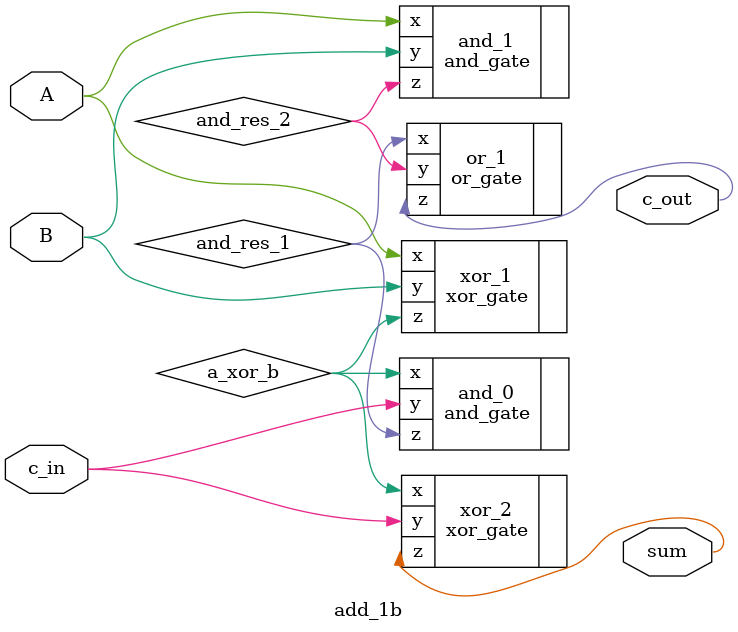
<source format=v>
`timescale 1ns/10ps

module add_1b (A, B, c_in, sum, c_out);

    input A, B, c_in;
    output wire sum, c_out;

    wire a_xor_b;
    wire and_res_1;
    wire and_res_2;

    // assign a_xor_b = (A ^ B);
    xor_gate xor_1(.x(A), .y(B), .z(a_xor_b));
    // assign sum = (a_xor_b ^ c_in);
    xor_gate xor_2(.x(a_xor_b), .y(c_in), .z(sum));

    and_gate and_0(.x(a_xor_b), .y(c_in), .z(and_res_1));
    and_gate and_1(.x(A), .y(B), .z(and_res_2));
    or_gate or_1(.x(and_res_1), .y(and_res_2), .z(c_out));

endmodule
</source>
